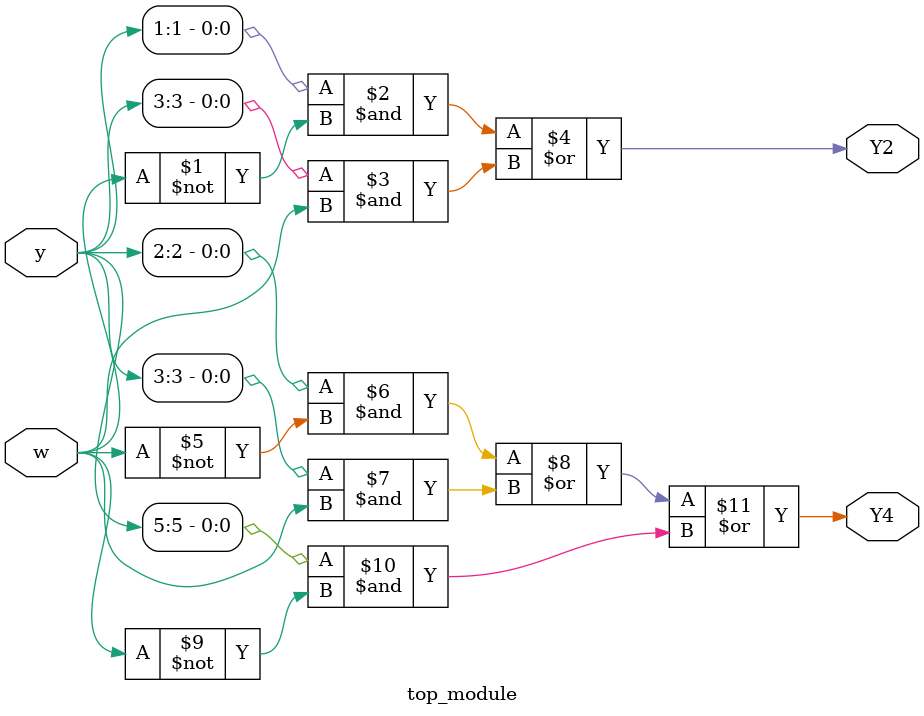
<source format=sv>
module top_module (
    input [6:1] y,
    input w,
    output Y2,
    output Y4
);

// Next-state logic for y[2] (state B and C)
assign Y2 = (y[1] & ~w) | (y[3] & w);

// Next-state logic for y[4] (state D, E, and F)
assign Y4 = (y[2] & ~w) | (y[3] & w) | (y[5] & ~w);

endmodule

</source>
